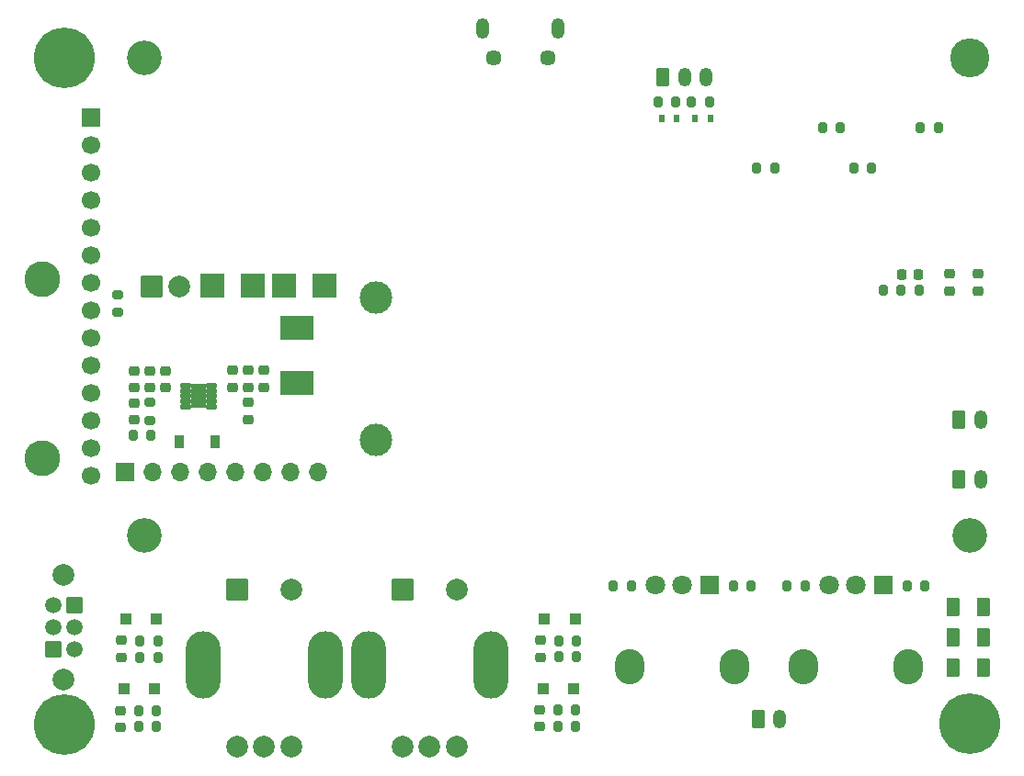
<source format=gbr>
%TF.GenerationSoftware,KiCad,Pcbnew,(6.0.11)*%
%TF.CreationDate,2024-03-19T14:29:21-04:00*%
%TF.ProjectId,Ultrasonic Sound Steering - Remote Rev. B,556c7472-6173-46f6-9e69-6320536f756e,rev?*%
%TF.SameCoordinates,Original*%
%TF.FileFunction,Soldermask,Top*%
%TF.FilePolarity,Negative*%
%FSLAX46Y46*%
G04 Gerber Fmt 4.6, Leading zero omitted, Abs format (unit mm)*
G04 Created by KiCad (PCBNEW (6.0.11)) date 2024-03-19 14:29:21*
%MOMM*%
%LPD*%
G01*
G04 APERTURE LIST*
G04 Aperture macros list*
%AMRoundRect*
0 Rectangle with rounded corners*
0 $1 Rounding radius*
0 $2 $3 $4 $5 $6 $7 $8 $9 X,Y pos of 4 corners*
0 Add a 4 corners polygon primitive as box body*
4,1,4,$2,$3,$4,$5,$6,$7,$8,$9,$2,$3,0*
0 Add four circle primitives for the rounded corners*
1,1,$1+$1,$2,$3*
1,1,$1+$1,$4,$5*
1,1,$1+$1,$6,$7*
1,1,$1+$1,$8,$9*
0 Add four rect primitives between the rounded corners*
20,1,$1+$1,$2,$3,$4,$5,0*
20,1,$1+$1,$4,$5,$6,$7,0*
20,1,$1+$1,$6,$7,$8,$9,0*
20,1,$1+$1,$8,$9,$2,$3,0*%
G04 Aperture macros list end*
%ADD10RoundRect,0.102000X0.654000X-0.654000X0.654000X0.654000X-0.654000X0.654000X-0.654000X-0.654000X0*%
%ADD11C,1.512000*%
%ADD12RoundRect,0.225000X-0.250000X0.225000X-0.250000X-0.225000X0.250000X-0.225000X0.250000X0.225000X0*%
%ADD13RoundRect,0.200000X0.200000X0.275000X-0.200000X0.275000X-0.200000X-0.275000X0.200000X-0.275000X0*%
%ADD14R,2.180400X2.210000*%
%ADD15RoundRect,0.200000X-0.200000X-0.275000X0.200000X-0.275000X0.200000X0.275000X-0.200000X0.275000X0*%
%ADD16R,0.600000X0.700000*%
%ADD17RoundRect,0.102000X-0.900000X-0.900000X0.900000X-0.900000X0.900000X0.900000X-0.900000X0.900000X0*%
%ADD18C,2.004000*%
%ADD19O,3.204000X6.204000*%
%ADD20R,3.048000X2.286000*%
%ADD21RoundRect,0.102000X-0.654000X0.654000X-0.654000X-0.654000X0.654000X-0.654000X0.654000X0.654000X0*%
%ADD22C,5.600000*%
%ADD23C,3.600000*%
%ADD24R,1.100000X1.100000*%
%ADD25RoundRect,0.200000X-0.275000X0.200000X-0.275000X-0.200000X0.275000X-0.200000X0.275000X0.200000X0*%
%ADD26C,3.200000*%
%ADD27R,1.700000X1.700000*%
%ADD28C,1.700000*%
%ADD29RoundRect,0.225000X0.250000X-0.225000X0.250000X0.225000X-0.250000X0.225000X-0.250000X-0.225000X0*%
%ADD30RoundRect,0.225000X0.225000X0.250000X-0.225000X0.250000X-0.225000X-0.250000X0.225000X-0.250000X0*%
%ADD31RoundRect,0.250000X-0.375000X-0.625000X0.375000X-0.625000X0.375000X0.625000X-0.375000X0.625000X0*%
%ADD32R,1.800000X1.800000*%
%ADD33C,1.800000*%
%ADD34O,2.720000X3.240000*%
%ADD35RoundRect,0.110100X-0.411900X-0.126900X0.411900X-0.126900X0.411900X0.126900X-0.411900X0.126900X0*%
%ADD36RoundRect,0.102000X-0.600000X-1.000000X0.600000X-1.000000X0.600000X1.000000X-0.600000X1.000000X0*%
%ADD37RoundRect,0.200000X0.275000X-0.200000X0.275000X0.200000X-0.275000X0.200000X-0.275000X-0.200000X0*%
%ADD38R,0.900000X1.200000*%
%ADD39O,1.700000X1.700000*%
%ADD40C,3.301600*%
%ADD41C,3.001600*%
%ADD42RoundRect,0.250000X-0.350000X-0.625000X0.350000X-0.625000X0.350000X0.625000X-0.350000X0.625000X0*%
%ADD43O,1.200000X1.750000*%
%ADD44C,1.450000*%
%ADD45O,1.200000X1.900000*%
G04 APERTURE END LIST*
D10*
%TO.C,P3*%
X104530000Y-102070000D03*
D11*
X104530000Y-100070000D03*
X104530000Y-98070000D03*
X106530000Y-102070000D03*
X106530000Y-100070000D03*
X106530000Y-98070000D03*
%TD*%
D12*
%TO.C,C3*%
X121052152Y-76398962D03*
X121052152Y-77948962D03*
%TD*%
%TO.C,C21*%
X110865000Y-101300000D03*
X110865000Y-102850000D03*
%TD*%
D13*
%TO.C,R64*%
X168835400Y-96247082D03*
X167185400Y-96247082D03*
%TD*%
D14*
%TO.C,D2*%
X125822800Y-68610000D03*
X129537200Y-68610000D03*
%TD*%
D12*
%TO.C,C17*%
X149335000Y-107680000D03*
X149335000Y-109230000D03*
%TD*%
D15*
%TO.C,R54*%
X112410000Y-109245000D03*
X114060000Y-109245000D03*
%TD*%
D16*
%TO.C,D7*%
X163700000Y-53150000D03*
X165100000Y-53150000D03*
%TD*%
D15*
%TO.C,R33*%
X151115000Y-102780000D03*
X152765000Y-102780000D03*
%TD*%
D17*
%TO.C,ENC1*%
X121490000Y-96582500D03*
D18*
X126490000Y-96582500D03*
X121490000Y-111082500D03*
X126490000Y-111082500D03*
X123990000Y-111082500D03*
D19*
X118390000Y-103582500D03*
X129590000Y-103582500D03*
%TD*%
D13*
%TO.C,R45*%
X177045000Y-54040000D03*
X175395000Y-54040000D03*
%TD*%
D12*
%TO.C,C42*%
X189730000Y-67510000D03*
X189730000Y-69060000D03*
%TD*%
D17*
%TO.C,ENC2*%
X136730000Y-96580000D03*
D18*
X141730000Y-96580000D03*
X136730000Y-111080000D03*
X141730000Y-111080000D03*
X139230000Y-111080000D03*
D19*
X133630000Y-103580000D03*
X144830000Y-103580000D03*
%TD*%
D13*
%TO.C,R74*%
X184835400Y-96275000D03*
X183185400Y-96275000D03*
%TD*%
D20*
%TO.C,F1*%
X126970000Y-72450000D03*
X126970000Y-77530000D03*
%TD*%
D13*
%TO.C,R47*%
X179935000Y-57770000D03*
X178285000Y-57770000D03*
%TD*%
D21*
%TO.C,SW1*%
X106530000Y-98070000D03*
D11*
X106530000Y-100070000D03*
X106530000Y-102070000D03*
X104530000Y-98070000D03*
X104530000Y-100070000D03*
X104530000Y-102070000D03*
D18*
X105530000Y-95270000D03*
X105530000Y-104870000D03*
%TD*%
D13*
%TO.C,R46*%
X171015000Y-57770000D03*
X169365000Y-57770000D03*
%TD*%
D22*
%TO.C,H3*%
X188960999Y-108957999D03*
D23*
X188960999Y-108957999D03*
%TD*%
D12*
%TO.C,C8*%
X113464970Y-76413962D03*
X113464970Y-77963962D03*
%TD*%
D16*
%TO.C,D9*%
X160610000Y-53140000D03*
X162010000Y-53140000D03*
%TD*%
D15*
%TO.C,R34*%
X151010000Y-107705000D03*
X152660000Y-107705000D03*
%TD*%
D24*
%TO.C,D16*%
X111230000Y-99350000D03*
X114030000Y-99350000D03*
%TD*%
D13*
%TO.C,R48*%
X186065000Y-54040000D03*
X184415000Y-54040000D03*
%TD*%
D17*
%TO.C,P1*%
X113620000Y-68650000D03*
D18*
X116160000Y-68650000D03*
%TD*%
D25*
%TO.C,R63*%
X110500000Y-69395000D03*
X110500000Y-71045000D03*
%TD*%
D15*
%TO.C,R42*%
X180980000Y-68985000D03*
X182630000Y-68985000D03*
X184280000Y-68985000D03*
%TD*%
D24*
%TO.C,D13*%
X149710000Y-105730000D03*
X152510000Y-105730000D03*
%TD*%
D26*
%TO.C,P9*%
X188960999Y-91572999D03*
X112933999Y-47572999D03*
X112933999Y-91572999D03*
D23*
X188960999Y-47572999D03*
D27*
X108011999Y-53062999D03*
D28*
X108008999Y-55601999D03*
X108008999Y-58141999D03*
X108008999Y-60681999D03*
X108008999Y-63221999D03*
X108008999Y-65761999D03*
X108008999Y-68301999D03*
X108008999Y-70838999D03*
X108008999Y-73378999D03*
X108008999Y-75918999D03*
X108008999Y-78458999D03*
X108008999Y-80998999D03*
X108008999Y-83538999D03*
X108008999Y-86078999D03*
%TD*%
D22*
%TO.C,H1*%
X105539000Y-47538999D03*
D23*
X105539000Y-47538999D03*
%TD*%
D13*
%TO.C,R75*%
X173795400Y-96275000D03*
X172145400Y-96275000D03*
%TD*%
D29*
%TO.C,C5*%
X122532152Y-80903962D03*
X122532152Y-79353962D03*
%TD*%
D15*
%TO.C,R8*%
X111909970Y-82373962D03*
X113559970Y-82373962D03*
%TD*%
D24*
%TO.C,D12*%
X149815000Y-99330000D03*
X152615000Y-99330000D03*
%TD*%
D30*
%TO.C,C37*%
X184225000Y-67525000D03*
X182675000Y-67525000D03*
%TD*%
D15*
%TO.C,R37*%
X151012500Y-109180000D03*
X152662500Y-109180000D03*
%TD*%
D12*
%TO.C,C2*%
X123984970Y-76398962D03*
X123984970Y-77948962D03*
%TD*%
%TO.C,C4*%
X122522152Y-76398962D03*
X122522152Y-77948962D03*
%TD*%
D15*
%TO.C,R59*%
X112530000Y-102825000D03*
X114180000Y-102825000D03*
%TD*%
D31*
%TO.C,D10*%
X187430000Y-101040000D03*
X190230000Y-101040000D03*
%TD*%
D15*
%TO.C,R52*%
X112410000Y-107770000D03*
X114060000Y-107770000D03*
%TD*%
D22*
%TO.C,H2*%
X105538999Y-109060999D03*
D23*
X105538999Y-109060999D03*
%TD*%
D24*
%TO.C,D15*%
X111117500Y-105770000D03*
X113917500Y-105770000D03*
%TD*%
D29*
%TO.C,C6*%
X112004970Y-80933962D03*
X112004970Y-79383962D03*
%TD*%
D32*
%TO.C,RV2*%
X180985400Y-96192800D03*
D33*
X178485400Y-96192800D03*
X175985400Y-96192800D03*
D34*
X173685400Y-103692800D03*
X183285400Y-103692800D03*
%TD*%
D13*
%TO.C,PTC2*%
X161925000Y-51640000D03*
X160275000Y-51640000D03*
%TD*%
D12*
%TO.C,C9*%
X112004970Y-76413962D03*
X112004970Y-77963962D03*
%TD*%
%TO.C,C15*%
X149455000Y-101280000D03*
X149455000Y-102830000D03*
%TD*%
D35*
%TO.C,U1*%
X116767152Y-77773962D03*
X116767152Y-78273962D03*
X116767152Y-78773962D03*
X116767152Y-79273962D03*
X116767152Y-79773962D03*
X119157152Y-79773962D03*
X119157152Y-79273962D03*
X119157152Y-78773962D03*
X119157152Y-78273962D03*
X119157152Y-77773962D03*
D36*
X117962152Y-78773962D03*
%TD*%
D14*
%TO.C,D1*%
X122950400Y-68610000D03*
X119236000Y-68610000D03*
%TD*%
D31*
%TO.C,D4*%
X187430000Y-98240000D03*
X190230000Y-98240000D03*
%TD*%
D32*
%TO.C,RV1*%
X164985400Y-96175000D03*
D33*
X162485400Y-96175000D03*
X159985400Y-96175000D03*
D34*
X157685400Y-103675000D03*
X167285400Y-103675000D03*
%TD*%
D12*
%TO.C,C20*%
X110770000Y-107745000D03*
X110770000Y-109295000D03*
%TD*%
D15*
%TO.C,R32*%
X151115000Y-101305000D03*
X152765000Y-101305000D03*
%TD*%
D12*
%TO.C,C7*%
X114924970Y-76413962D03*
X114924970Y-77963962D03*
%TD*%
D13*
%TO.C,R65*%
X157780400Y-96250000D03*
X156130400Y-96250000D03*
%TD*%
%TO.C,PTC1*%
X165005000Y-51650000D03*
X163355000Y-51650000D03*
%TD*%
D15*
%TO.C,R56*%
X112530000Y-101350000D03*
X114180000Y-101350000D03*
%TD*%
D12*
%TO.C,C36*%
X187140000Y-67500000D03*
X187140000Y-69050000D03*
%TD*%
D31*
%TO.C,D11*%
X187430000Y-103840000D03*
X190230000Y-103840000D03*
%TD*%
D37*
%TO.C,R7*%
X113484970Y-80983962D03*
X113484970Y-79333962D03*
%TD*%
D38*
%TO.C,D3*%
X119462152Y-83003962D03*
X116162152Y-83003962D03*
%TD*%
D27*
%TO.C,P2*%
X111172114Y-85786461D03*
D39*
X113712114Y-85786461D03*
X116252114Y-85786461D03*
X118792114Y-85786461D03*
X121332114Y-85786461D03*
X123872114Y-85786461D03*
X126412114Y-85786461D03*
X128952114Y-85786461D03*
D40*
X103552114Y-84517861D03*
X103552114Y-68007861D03*
D41*
X134286114Y-69692861D03*
X134286114Y-82832861D03*
%TD*%
D42*
%TO.C,P8*%
X169490000Y-108510000D03*
D43*
X171490000Y-108510000D03*
%TD*%
D42*
%TO.C,P4*%
X187970000Y-86480000D03*
D43*
X189970000Y-86480000D03*
%TD*%
D44*
%TO.C,P6*%
X150085000Y-47582500D03*
D45*
X151085000Y-44882500D03*
D44*
X145085000Y-47582500D03*
D45*
X144085000Y-44882500D03*
%TD*%
D42*
%TO.C,P7*%
X187970000Y-80980000D03*
D43*
X189970000Y-80980000D03*
%TD*%
D42*
%TO.C,P5*%
X160700000Y-49350000D03*
D43*
X162700000Y-49350000D03*
X164700000Y-49350000D03*
%TD*%
M02*

</source>
